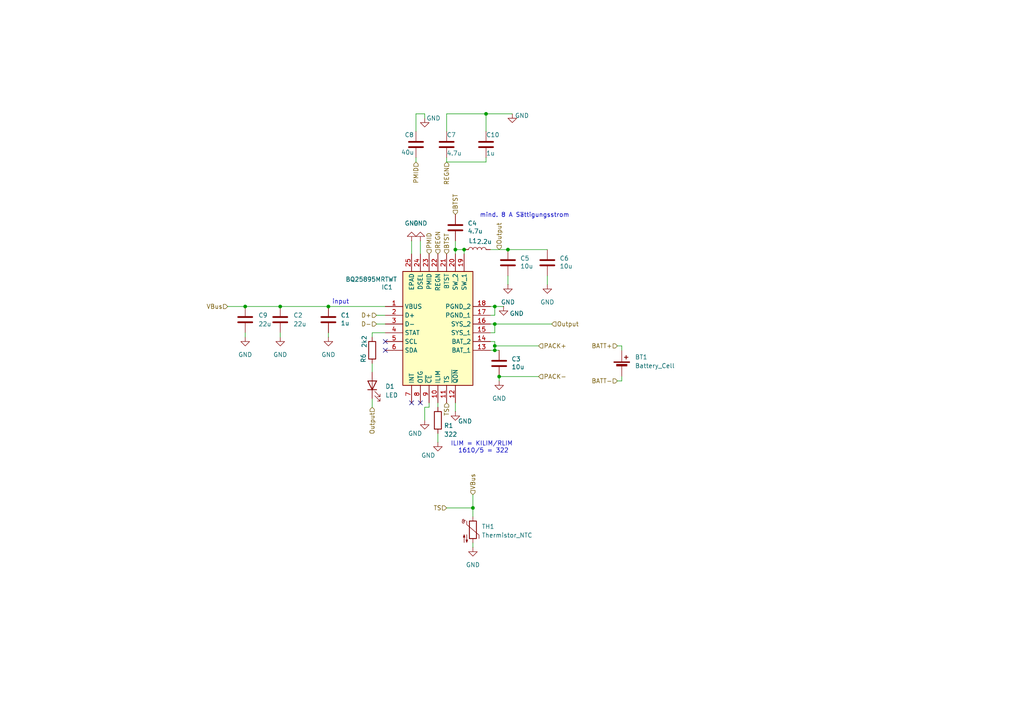
<source format=kicad_sch>
(kicad_sch (version 20250114) (generator "eeschema") (generator_version "9.0")
  (paper "A4")
  (lib_symbols
    (symbol "BQ25895MRTWT:BQ25895MRTWT"
      (property "Reference" "IC" (at 26.67 15.24 0))
      (property "Value" "BQ25895MRTWT" (at 26.67 12.7 0))
      (symbol "BQ25895MRTWT_1_1"
        (rectangle (start 5.08 10.16) (end 25.4 -22.86) (stroke (width 0.254)) (fill (type background)))
        (pin passive line (at 0 0 0) (length 5.08) (name "VBUS") (number "1"))
        (pin passive line (at 0 -2.54 0) (length 5.08) (name "D+") (number "2"))
        (pin passive line (at 0 -5.08 0) (length 5.08) (name "D-") (number "3"))
        (pin passive line (at 0 -7.62 0) (length 5.08) (name "STAT") (number "4"))
        (pin passive line (at 0 -10.16 0) (length 5.08) (name "SCL") (number "5"))
        (pin passive line (at 0 -12.7 0) (length 5.08) (name "SDA") (number "6"))
        (pin passive line (at 7.62 15.24 270) (length 5.08) (name "EPAD") (number "25"))
        (pin passive line (at 7.62 -27.94 90) (length 5.08) (name "INT") (number "7"))
        (pin passive line (at 10.16 15.24 270) (length 5.08) (name "DSEL") (number "24"))
        (pin passive line (at 10.16 -27.94 90) (length 5.08) (name "OTG") (number "8"))
        (pin passive line (at 12.7 15.24 270) (length 5.08) (name "PMID") (number "23"))
        (pin passive line (at 12.7 -27.94 90) (length 5.08) (name "~{CE}") (number "9"))
        (pin passive line (at 15.24 15.24 270) (length 5.08) (name "REGN") (number "22"))
        (pin passive line (at 15.24 -27.94 90) (length 5.08) (name "ILIM") (number "10"))
        (pin passive line (at 17.78 15.24 270) (length 5.08) (name "BTST") (number "21"))
        (pin passive line (at 17.78 -27.94 90) (length 5.08) (name "TS") (number "11"))
        (pin passive line (at 20.32 15.24 270) (length 5.08) (name "SW_2") (number "20"))
        (pin passive line (at 20.32 -27.94 90) (length 5.08) (name "~{QON}") (number "12"))
        (pin passive line (at 22.86 15.24 270) (length 5.08) (name "SW_1") (number "19"))
        (pin passive line (at 30.48 0 180) (length 5.08) (name "PGND_2") (number "18"))
        (pin passive line (at 30.48 -2.54 180) (length 5.08) (name "PGND_1") (number "17"))
        (pin passive line (at 30.48 -5.08 180) (length 5.08) (name "SYS_2") (number "16"))
        (pin passive line (at 30.48 -7.62 180) (length 5.08) (name "SYS_1") (number "15"))
        (pin passive line (at 30.48 -10.16 180) (length 5.08) (name "BAT_2") (number "14"))
        (pin passive line (at 30.48 -12.7 180) (length 5.08) (name "BAT_1") (number "13"))
      )
    )
    (symbol "Device:Battery_Cell" (pin_numbers (hide yes)) (pin_names (offset 0) (hide yes))
      (property "Reference" "BT" (at 2.54 2.54 0))
      (property "Value" "Battery_Cell" (at 2.54 0 0))
      (symbol "Battery_Cell_0_1"
        (rectangle (start -2.286 1.778) (end 2.286 1.524) (fill (type outline)))
        (rectangle (start -1.524 1.016) (end 1.524 0.508) (fill (type outline)))
        (polyline (pts (xy 0 1.778) (xy 0 2.54)))
        (polyline (pts (xy 0 0.762) (xy 0 0)))
        (polyline (pts (xy 0.762 3.048) (xy 1.778 3.048)) (stroke (width 0.254)))
        (polyline (pts (xy 1.27 3.556) (xy 1.27 2.54)) (stroke (width 0.254)))
      )
      (symbol "Battery_Cell_1_1"
        (pin passive line (at 0 5.08 270) (length 2.54) (name "+") (number "1"))
        (pin passive line (at 0 -2.54 90) (length 2.54) (name "-") (number "2"))
      )
    )
    (symbol "Device:C" (pin_numbers (hide yes)) (pin_names (offset 0.254))
      (property "Reference" "C" (at 0.635 2.54 0))
      (property "Value" "C" (at 0.635 -2.54 0))
      (symbol "C_0_1"
        (polyline (pts (xy -2.032 0.762) (xy 2.032 0.762)) (stroke (width 0.508)))
        (polyline (pts (xy -2.032 -0.762) (xy 2.032 -0.762)) (stroke (width 0.508)))
      )
      (symbol "C_1_1"
        (pin passive line (at 0 3.81 270) (length 2.794) (name "~") (number "1"))
        (pin passive line (at 0 -3.81 90) (length 2.794) (name "~") (number "2"))
      )
    )
    (symbol "Device:L" (pin_numbers (hide yes)) (pin_names (offset 1.016) (hide yes))
      (property "Reference" "L" (at -1.27 0 90))
      (property "Value" "L" (at 1.905 0 90))
      (symbol "L_0_1"
        (arc (start 0 2.54) (mid 0.6323 1.905) (end 0 1.27))
        (arc (start 0 1.27) (mid 0.6323 0.635) (end 0 0))
        (arc (start 0 0) (mid 0.6323 -0.635) (end 0 -1.27))
        (arc (start 0 -1.27) (mid 0.6323 -1.905) (end 0 -2.54))
      )
      (symbol "L_1_1"
        (pin passive line (at 0 3.81 270) (length 1.27) (name "1") (number "1"))
        (pin passive line (at 0 -3.81 90) (length 1.27) (name "2") (number "2"))
      )
    )
    (symbol "Device:LED" (pin_numbers (hide yes)) (pin_names (offset 1.016) (hide yes))
      (property "Reference" "D" (at 0 2.54 0))
      (property "Value" "LED" (at 0 -2.54 0))
      (symbol "LED_0_1"
        (polyline (pts (xy -3.048 -0.762) (xy -4.572 -2.286) (xy -3.81 -2.286) (xy -4.572 -2.286) (xy -4.572 -1.524)))
        (polyline (pts (xy -1.778 -0.762) (xy -3.302 -2.286) (xy -2.54 -2.286) (xy -3.302 -2.286) (xy -3.302 -1.524)))
        (polyline (pts (xy -1.27 0) (xy 1.27 0)))
        (polyline (pts (xy -1.27 -1.27) (xy -1.27 1.27)) (stroke (width 0.254)))
        (polyline (pts (xy 1.27 -1.27) (xy 1.27 1.27) (xy -1.27 0) (xy 1.27 -1.27)) (stroke (width 0.254)))
      )
      (symbol "LED_1_1"
        (pin passive line (at -3.81 0 0) (length 2.54) (name "K") (number "1"))
        (pin passive line (at 3.81 0 180) (length 2.54) (name "A") (number "2"))
      )
    )
    (symbol "Device:R" (pin_numbers (hide yes)) (pin_names (offset 0))
      (property "Reference" "R" (at 2.032 0 90))
      (property "Value" "R" (at 0 0 90))
      (symbol "R_0_1"
        (rectangle (start -1.016 -2.54) (end 1.016 2.54) (stroke (width 0.254)))
      )
      (symbol "R_1_1"
        (pin passive line (at 0 3.81 270) (length 1.27) (name "~") (number "1"))
        (pin passive line (at 0 -3.81 90) (length 1.27) (name "~") (number "2"))
      )
    )
    (symbol "Device:Thermistor_NTC" (pin_numbers (hide yes)) (pin_names (offset 0))
      (property "Reference" "TH" (at -4.445 0 90))
      (property "Value" "Thermistor_NTC" (at 3.175 0 90))
      (symbol "Thermistor_NTC_0_1"
        (arc (start -3.175 2.413) (mid -3.0506 2.3165) (end -3.048 2.159))
        (arc (start -3.048 2.794) (mid -2.9736 2.9736) (end -2.794 3.048))
        (arc (start -2.794 3.048) (mid -2.6144 2.9736) (end -2.54 2.794))
        (arc (start -2.794 2.54) (mid -2.9736 2.6144) (end -3.048 2.794))
        (arc (start -2.794 1.905) (mid -2.9736 1.9794) (end -3.048 2.159))
        (arc (start -2.54 2.159) (mid -2.6144 1.9794) (end -2.794 1.905))
        (arc (start -2.159 2.794) (mid -2.434 2.5608) (end -2.794 2.54))
        (polyline (pts (xy -2.54 2.159) (xy -2.54 2.794)))
        (polyline (pts (xy -2.54 -3.683) (xy -2.54 -1.397) (xy -2.794 -2.159) (xy -2.286 -2.159) (xy -2.54 -1.397) (xy -2.54 -1.651)) (fill (type outline)))
        (polyline (pts (xy -1.778 2.54) (xy -1.778 1.524) (xy 1.778 -1.524) (xy 1.778 -2.54)))
        (polyline (pts (xy -1.778 -1.397) (xy -1.778 -3.683) (xy -2.032 -2.921) (xy -1.524 -2.921) (xy -1.778 -3.683) (xy -1.778 -3.429)) (fill (type outline)))
        (rectangle (start -1.016 2.54) (end 1.016 -2.54) (stroke (width 0.254)))
      )
      (symbol "Thermistor_NTC_1_1"
        (pin passive line (at 0 3.81 270) (length 1.27) (name "~") (number "1"))
        (pin passive line (at 0 -3.81 90) (length 1.27) (name "~") (number "2"))
      )
    )
    (symbol "power:GND" (power) (pin_numbers (hide yes)) (pin_names (offset 0) (hide yes))
      (property "Value" "GND" (at 0 -3.81 0))
      (symbol "GND_0_1"
        (polyline (pts (xy 0 0) (xy 0 -1.27) (xy 1.27 -1.27) (xy 0 -2.54) (xy -1.27 -1.27) (xy 0 -1.27)))
      )
      (symbol "GND_1_1"
        (pin power_in line (at 0 0 270) (length 0) (name "~") (number "1"))
      )
    )
  )
  (text "ILIM = KILIM/RLIM \n1610/5 = 322\n" (at 140.208 129.794 0) (effects (font (size 1.27 1.27))))
  (text "input\n" (at 98.806 87.63 0) (effects (font (size 1.27 1.27))))
  (text "mind. 8 A Sättigungsstrom\n" (at 152.146 62.484 0) (effects (font (size 1.27 1.27))))
  (junction (at 95.25 88.9))
  (junction (at 71.12 88.9))
  (junction (at 143.51 88.9))
  (junction (at 143.51 101.6))
  (junction (at 140.97 33.02))
  (junction (at 134.62 72.39))
  (junction (at 143.51 93.98))
  (junction (at 137.16 147.32))
  (junction (at 132.08 72.39))
  (junction (at 147.32 72.39))
  (junction (at 144.78 109.22))
  (junction (at 143.51 100.33))
  (junction (at 81.28 88.9))
  (no_connect (at 111.76 101.6))
  (no_connect (at 121.92 116.84))
  (no_connect (at 119.38 116.84))
  (no_connect (at 111.76 99.06))
  (wire (pts (xy 140.97 33.02) (xy 140.97 38.1)))
  (wire (pts (xy 143.51 88.9) (xy 146.05 88.9)))
  (wire (pts (xy 129.54 33.02) (xy 129.54 38.1)))
  (wire (pts (xy 119.38 69.85) (xy 119.38 73.66)))
  (wire (pts (xy 180.34 109.22) (xy 180.34 110.49)))
  (wire (pts (xy 81.28 96.52) (xy 81.28 97.79)))
  (wire (pts (xy 147.32 82.55) (xy 147.32 80.01)))
  (wire (pts (xy 180.34 101.6) (xy 180.34 100.33)))
  (wire (pts (xy 143.51 93.98) (xy 142.24 93.98)))
  (wire (pts (xy 140.97 33.02) (xy 148.59 33.02)))
  (wire (pts (xy 123.19 33.02) (xy 123.19 34.29)))
  (wire (pts (xy 137.16 157.48) (xy 137.16 158.75)))
  (wire (pts (xy 143.51 100.33) (xy 156.21 100.33)))
  (wire (pts (xy 107.95 96.52) (xy 107.95 97.79)))
  (wire (pts (xy 121.92 69.85) (xy 121.92 73.66)))
  (wire (pts (xy 143.51 101.6) (xy 144.78 101.6)))
  (wire (pts (xy 147.32 72.39) (xy 142.24 72.39)))
  (wire (pts (xy 180.34 100.33) (xy 179.07 100.33)))
  (wire (pts (xy 129.54 45.72) (xy 129.54 46.99)))
  (wire (pts (xy 143.51 96.52) (xy 143.51 93.98)))
  (wire (pts (xy 95.25 96.52) (xy 95.25 97.79)))
  (wire (pts (xy 158.75 72.39) (xy 147.32 72.39)))
  (wire (pts (xy 137.16 143.51) (xy 137.16 147.32)))
  (wire (pts (xy 143.51 91.44) (xy 143.51 88.9)))
  (wire (pts (xy 124.46 118.11) (xy 124.46 116.84)))
  (wire (pts (xy 129.54 46.99) (xy 140.97 46.99)))
  (wire (pts (xy 111.76 96.52) (xy 107.95 96.52)))
  (wire (pts (xy 137.16 147.32) (xy 137.16 149.86)))
  (wire (pts (xy 127 125.73) (xy 127 128.27)))
  (wire (pts (xy 144.78 109.22) (xy 156.21 109.22)))
  (wire (pts (xy 120.65 33.02) (xy 123.19 33.02)))
  (wire (pts (xy 107.95 115.57) (xy 107.95 118.11)))
  (wire (pts (xy 132.08 72.39) (xy 132.08 73.66)))
  (wire (pts (xy 142.24 91.44) (xy 143.51 91.44)))
  (wire (pts (xy 142.24 101.6) (xy 143.51 101.6)))
  (wire (pts (xy 109.22 93.98) (xy 111.76 93.98)))
  (wire (pts (xy 143.51 99.06) (xy 143.51 100.33)))
  (wire (pts (xy 132.08 69.85) (xy 132.08 72.39)))
  (wire (pts (xy 120.65 38.1) (xy 120.65 33.02)))
  (wire (pts (xy 123.19 118.11) (xy 124.46 118.11)))
  (wire (pts (xy 95.25 88.9) (xy 111.76 88.9)))
  (wire (pts (xy 71.12 96.52) (xy 71.12 97.79)))
  (wire (pts (xy 134.62 72.39) (xy 132.08 72.39)))
  (wire (pts (xy 132.08 116.84) (xy 132.08 119.38)))
  (wire (pts (xy 129.54 33.02) (xy 140.97 33.02)))
  (wire (pts (xy 123.19 118.11) (xy 123.19 121.92)))
  (wire (pts (xy 109.22 91.44) (xy 111.76 91.44)))
  (wire (pts (xy 180.34 110.49) (xy 179.07 110.49)))
  (wire (pts (xy 81.28 88.9) (xy 95.25 88.9)))
  (wire (pts (xy 120.65 45.72) (xy 120.65 46.99)))
  (wire (pts (xy 142.24 96.52) (xy 143.51 96.52)))
  (wire (pts (xy 143.51 88.9) (xy 142.24 88.9)))
  (wire (pts (xy 143.51 93.98) (xy 160.02 93.98)))
  (wire (pts (xy 140.97 46.99) (xy 140.97 45.72)))
  (wire (pts (xy 144.78 109.22) (xy 144.78 110.49)))
  (wire (pts (xy 143.51 100.33) (xy 143.51 101.6)))
  (wire (pts (xy 71.12 88.9) (xy 81.28 88.9)))
  (wire (pts (xy 127 116.84) (xy 127 118.11)))
  (wire (pts (xy 134.62 73.66) (xy 134.62 72.39)))
  (wire (pts (xy 142.24 99.06) (xy 143.51 99.06)))
  (wire (pts (xy 66.04 88.9) (xy 71.12 88.9)))
  (wire (pts (xy 158.75 82.55) (xy 158.75 80.01)))
  (wire (pts (xy 107.95 105.41) (xy 107.95 107.95)))
  (wire (pts (xy 129.54 147.32) (xy 137.16 147.32)))
  (hierarchical_label "PMID" (shape input) (at 120.65 46.99 270))
  (hierarchical_label "BTST" (shape input) (at 129.54 73.66 90))
  (hierarchical_label "REGN" (shape input) (at 129.54 46.99 270))
  (hierarchical_label "REGN" (shape input) (at 127 73.66 90))
  (hierarchical_label "TS" (shape input) (at 129.54 116.84 270))
  (hierarchical_label "PMID" (shape input) (at 124.46 73.66 90))
  (hierarchical_label "D+" (shape input) (at 109.22 91.44 180))
  (hierarchical_label "TS" (shape input) (at 129.54 147.32 180))
  (hierarchical_label "Output" (shape input) (at 107.95 118.11 270))
  (hierarchical_label "Output" (shape input) (at 144.78 72.39 90))
  (hierarchical_label "Output" (shape input) (at 160.02 93.98 0))
  (hierarchical_label "VBus" (shape input) (at 137.16 143.51 90))
  (hierarchical_label "VBus" (shape input) (at 66.04 88.9 180))
  (hierarchical_label "PACK-" (shape input) (at 156.21 109.22 0))
  (hierarchical_label "PACK+" (shape input) (at 156.21 100.33 0))
  (hierarchical_label "BTST" (shape input) (at 132.08 62.23 90))
  (hierarchical_label "BATT+" (shape input) (at 179.07 100.33 180))
  (hierarchical_label "D-" (shape input) (at 109.22 93.98 180))
  (hierarchical_label "BATT-" (shape input) (at 179.07 110.49 180))
  (symbol (lib_id "Device:Battery_Cell") (at 180.34 106.68 0) (unit 1)
    (property "Reference" "BT1" (at 184.15 103.5684 0) (effects (justify left)))
    (property "Value" "Battery_Cell" (at 184.15 106.1084 0) (effects (justify left)))
    (property "Description" "Single-cell battery" (effects (hide yes)))
  )
  (symbol (lib_id "BQ25895MRTWT:BQ25895MRTWT") (at 111.76 88.9 0) (unit 1)
    (property "Reference" "IC1" (at 112.268 83.312 0))
    (property "Value" "BQ25895MRTWT" (at 107.696 81.026 0))
    (property "Footprint" "QFN50P400X400X80-25N-D" (effects (hide yes)))
    (property "Datasheet" "http://www.ti.com/lit/ds/symlink/bq25895m.pdf" (effects (hide yes)))
    (property "Description" "Single Cell 5A Fast Charger MaxCharge Technology for High Input Voltage and 3.1A Boost" (effects (hide yes)))
    (property "Height" "0.8" (effects (hide yes)))
    (property "Mouser Part Number" "595-BQ25895MRTWT" (effects (hide yes)))
    (property "Mouser Price/Stock" "https://www.mouser.co.uk/ProductDetail/Texas-Instruments/BQ25895MRTWT?qs=uNh9J9Y3wTfTG8vWSrDAnA%3D%3D" (effects (hide yes)))
    (property "Manufacturer_Name" "Texas Instruments" (effects (hide yes)))
    (property "Manufacturer_Part_Number" "BQ25895MRTWT" (effects (hide yes)))
  )
  (symbol (lib_id "Device:C") (at 147.32 76.2 0) (unit 1)
    (property "Reference" "C5" (at 150.876 74.93 0) (effects (justify left)))
    (property "Value" "10u" (at 150.876 77.216 0) (effects (justify left)))
    (property "Footprint" "Capacitor_SMD:C_0603_1608Metric" (effects (hide yes)))
    (property "Description" "Unpolarized capacitor" (effects (hide yes)))
  )
  (symbol (lib_id "power:GND") (at 158.75 82.55 0) (unit 1)
    (property "Reference" "#PWR09" (effects (hide yes)))
    (property "Value" "GND" (at 158.75 87.63 0))
    (property "Description" "Power symbol creates a global label with name \"GND\" , ground" (effects (hide yes)))
  )
  (symbol (lib_id "Device:C") (at 129.54 41.91 0) (unit 1)
    (property "Reference" "C7" (at 129.54 39.116 0) (effects (justify left)))
    (property "Value" "4.7u" (at 129.54 44.45 0) (effects (justify left)))
    (property "Footprint" "Capacitor_SMD:C_0603_1608Metric" (effects (hide yes)))
    (property "Description" "Unpolarized capacitor" (effects (hide yes)))
  )
  (symbol (lib_id "power:GND") (at 147.32 82.55 0) (unit 1)
    (property "Reference" "#PWR010" (effects (hide yes)))
    (property "Value" "GND" (at 147.32 87.63 0))
    (property "Description" "Power symbol creates a global label with name \"GND\" , ground" (effects (hide yes)))
  )
  (symbol (lib_id "Device:C") (at 81.28 92.71 0) (unit 1)
    (property "Reference" "C2" (at 85.09 91.4399 0) (effects (justify left)))
    (property "Value" "22u" (at 85.09 93.9799 0) (effects (justify left)))
    (property "Footprint" "Capacitor_SMD:C_0603_1608Metric" (effects (hide yes)))
    (property "Description" "Unpolarized capacitor" (effects (hide yes)))
  )
  (symbol (lib_id "Device:C") (at 140.97 41.91 0) (unit 1)
    (property "Reference" "C10" (at 140.97 39.116 0) (effects (justify left)))
    (property "Value" "1u" (at 140.97 44.45 0) (effects (justify left)))
    (property "Footprint" "Capacitor_SMD:C_0603_1608Metric" (effects (hide yes)))
    (property "Description" "Unpolarized capacitor" (effects (hide yes)))
  )
  (symbol (lib_id "Device:R") (at 127 121.92 0) (unit 1)
    (property "Reference" "R1" (at 128.778 123.444 0) (effects (justify left)))
    (property "Value" "322" (at 128.778 125.984 0) (effects (justify left)))
    (property "Footprint" "Resistor_SMD:R_0603_1608Metric" (effects (hide yes)))
    (property "Description" "Resistor" (effects (hide yes)))
  )
  (symbol (lib_id "power:GND") (at 123.19 121.92 0) (unit 1)
    (property "Reference" "#PWR01" (effects (hide yes)))
    (property "Value" "GND" (at 120.396 125.73 0))
    (property "Description" "Power symbol creates a global label with name \"GND\" , ground" (effects (hide yes)))
  )
  (symbol (lib_id "power:GND") (at 81.28 97.79 0) (unit 1)
    (property "Reference" "#PWR04" (effects (hide yes)))
    (property "Value" "GND" (at 81.28 102.87 0))
    (property "Description" "Power symbol creates a global label with name \"GND\" , ground" (effects (hide yes)))
  )
  (symbol (lib_id "Device:C") (at 158.75 76.2 0) (unit 1)
    (property "Reference" "C6" (at 162.306 74.93 0) (effects (justify left)))
    (property "Value" "10u" (at 162.306 77.216 0) (effects (justify left)))
    (property "Footprint" "Capacitor_SMD:C_0603_1608Metric" (effects (hide yes)))
    (property "Description" "Unpolarized capacitor" (effects (hide yes)))
  )
  (symbol (lib_id "Device:C") (at 71.12 92.71 0) (unit 1)
    (property "Reference" "C9" (at 74.93 91.4399 0) (effects (justify left)))
    (property "Value" "22u" (at 74.93 93.9799 0) (effects (justify left)))
    (property "Footprint" "Capacitor_SMD:C_0603_1608Metric" (effects (hide yes)))
    (property "Description" "Unpolarized capacitor" (effects (hide yes)))
  )
  (symbol (lib_id "power:GND") (at 146.05 88.9 0) (unit 1)
    (property "Reference" "#PWR08" (effects (hide yes)))
    (property "Value" "GND" (at 149.86 90.932 0))
    (property "Description" "Power symbol creates a global label with name \"GND\" , ground" (effects (hide yes)))
  )
  (symbol (lib_id "power:GND") (at 71.12 97.79 0) (unit 1)
    (property "Reference" "#PWR018" (effects (hide yes)))
    (property "Value" "GND" (at 71.12 102.87 0))
    (property "Description" "Power symbol creates a global label with name \"GND\" , ground" (effects (hide yes)))
  )
  (symbol (lib_id "Device:LED") (at 107.95 111.76 90) (unit 1)
    (property "Reference" "D1" (at 111.76 112.0774 90) (effects (justify right)))
    (property "Value" "LED" (at 111.76 114.6174 90) (effects (justify right)))
    (property "Footprint" "LED_SMD:LED_0603_1608Metric" (effects (hide yes)))
    (property "Datasheet" "https://www.mouser.at/ProductDetail/ams-OSRAM/KB-EELP41.12-P1R2-36-3X4X-5-R18?qs=sGAEpiMZZMvVL5Kk7ZYykaXDR74jB6yfdWhkeqbnxUyztsTPYOzSXw%3D%3D" (effects (hide yes)))
    (property "Description" "Light emitting diode" (effects (hide yes)))
    (property "Sim.Pins" "1=K 2=A" (effects (hide yes)))
  )
  (symbol (lib_id "Device:L") (at 138.43 72.39 90) (unit 1)
    (property "Reference" "L1" (at 137.16 69.85 90))
    (property "Value" "2.2u" (at 140.462 70.104 90))
    (property "Footprint" "Inductor_SMD:L_0603_1608Metric" (effects (hide yes)))
    (property "Description" "Inductor" (effects (hide yes)))
  )
  (symbol (lib_id "Device:C") (at 144.78 105.41 0) (unit 1)
    (property "Reference" "C3" (at 148.336 104.14 0) (effects (justify left)))
    (property "Value" "10u" (at 148.336 106.426 0) (effects (justify left)))
    (property "Footprint" "Capacitor_SMD:C_0603_1608Metric" (effects (hide yes)))
    (property "Description" "Unpolarized capacitor" (effects (hide yes)))
  )
  (symbol (lib_id "power:GND") (at 148.59 33.02 0) (unit 1)
    (property "Reference" "#PWR011" (effects (hide yes)))
    (property "Value" "GND" (at 151.384 33.528 0))
    (property "Description" "Power symbol creates a global label with name \"GND\" , ground" (effects (hide yes)))
  )
  (symbol (lib_id "power:GND") (at 137.16 158.75 0) (unit 1)
    (property "Reference" "#PWR03" (effects (hide yes)))
    (property "Value" "GND" (at 137.16 163.83 0))
    (property "Description" "Power symbol creates a global label with name \"GND\" , ground" (effects (hide yes)))
  )
  (symbol (lib_id "power:GND") (at 132.08 119.38 0) (unit 1)
    (property "Reference" "#PWR06" (effects (hide yes)))
    (property "Value" "GND" (at 134.874 122.174 0))
    (property "Description" "Power symbol creates a global label with name \"GND\" , ground" (effects (hide yes)))
  )
  (symbol (lib_id "power:GND") (at 121.92 69.85 180) (unit 1)
    (property "Reference" "#PWR013" (effects (hide yes)))
    (property "Value" "GND" (at 121.92 64.77 0))
    (property "Description" "Power symbol creates a global label with name \"GND\" , ground" (effects (hide yes)))
  )
  (symbol (lib_id "power:GND") (at 127 128.27 0) (unit 1)
    (property "Reference" "#PWR02" (effects (hide yes)))
    (property "Value" "GND" (at 124.206 132.08 0))
    (property "Description" "Power symbol creates a global label with name \"GND\" , ground" (effects (hide yes)))
  )
  (symbol (lib_id "power:GND") (at 95.25 97.79 0) (unit 1)
    (property "Reference" "#PWR05" (effects (hide yes)))
    (property "Value" "GND" (at 95.25 102.87 0))
    (property "Description" "Power symbol creates a global label with name \"GND\" , ground" (effects (hide yes)))
  )
  (symbol (lib_id "Device:C") (at 120.65 41.91 0) (unit 1)
    (property "Reference" "C8" (at 117.348 39.116 0) (effects (justify left)))
    (property "Value" "40u" (at 116.332 44.196 0) (effects (justify left)))
    (property "Footprint" "Capacitor_SMD:C_0603_1608Metric" (effects (hide yes)))
    (property "Description" "Unpolarized capacitor" (effects (hide yes)))
  )
  (symbol (lib_id "power:GND") (at 123.19 34.29 0) (unit 1)
    (property "Reference" "#PWR012" (effects (hide yes)))
    (property "Value" "GND" (at 125.73 34.29 0))
    (property "Description" "Power symbol creates a global label with name \"GND\" , ground" (effects (hide yes)))
  )
  (symbol (lib_id "Device:C") (at 95.25 92.71 0) (unit 1)
    (property "Reference" "C1" (at 98.806 91.44 0) (effects (justify left)))
    (property "Value" "1u" (at 98.806 93.726 0) (effects (justify left)))
    (property "Footprint" "Capacitor_SMD:C_0603_1608Metric" (effects (hide yes)))
    (property "Description" "Unpolarized capacitor" (effects (hide yes)))
  )
  (symbol (lib_id "power:GND") (at 144.78 110.49 0) (unit 1)
    (property "Reference" "#PWR07" (effects (hide yes)))
    (property "Value" "GND" (at 144.78 115.57 0))
    (property "Description" "Power symbol creates a global label with name \"GND\" , ground" (effects (hide yes)))
  )
  (symbol (lib_id "Device:C") (at 132.08 66.04 0) (unit 1)
    (property "Reference" "C4" (at 135.636 64.77 0) (effects (justify left)))
    (property "Value" "4.7u" (at 135.636 67.056 0) (effects (justify left)))
    (property "Footprint" "Capacitor_SMD:C_0603_1608Metric" (effects (hide yes)))
    (property "Description" "Unpolarized capacitor" (effects (hide yes)))
  )
  (symbol (lib_id "power:GND") (at 119.38 69.85 180) (unit 1)
    (property "Reference" "#PWR014" (effects (hide yes)))
    (property "Value" "GND" (at 119.38 64.77 0))
    (property "Description" "Power symbol creates a global label with name \"GND\" , ground" (effects (hide yes)))
  )
  (symbol (lib_id "Device:Thermistor_NTC") (at 137.16 153.67 0) (unit 1)
    (property "Reference" "TH1" (at 139.7 152.7174 0) (effects (justify left)))
    (property "Value" "Thermistor_NTC" (at 139.7 155.2574 0) (effects (justify left)))
    (property "Footprint" "Resistor_SMD:R_0603_1608Metric" (effects (hide yes)))
    (property "Datasheet" "https://product.tdk.com/system/files/dam/doc/product/sensor/ntc/chip-ntc-thermistor/data_sheet/datasheet_ntcgs163jf103ht7.pdf" (effects (hide yes)))
    (property "Description" "Temperature dependent resistor, negative temperature coefficient" (effects (hide yes)))
  )
  (symbol (lib_id "Device:R") (at 107.95 101.6 180) (unit 1)
    (property "Reference" "R6" (at 105.41 103.886 90))
    (property "Value" "2k2" (at 105.664 99.06 90))
    (property "Footprint" "Resistor_SMD:R_0603_1608Metric" (effects (hide yes)))
    (property "Description" "Resistor" (effects (hide yes)))
  )
)
</source>
